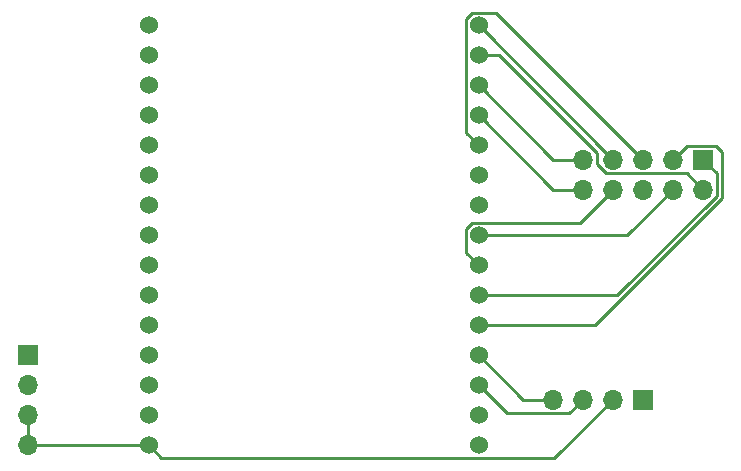
<source format=gbr>
%TF.GenerationSoftware,KiCad,Pcbnew,(5.1.9)-1*%
%TF.CreationDate,2021-04-04T23:23:37-07:00*%
%TF.ProjectId,esp8266_power,65737038-3236-4365-9f70-6f7765722e6b,rev?*%
%TF.SameCoordinates,Original*%
%TF.FileFunction,Copper,L1,Top*%
%TF.FilePolarity,Positive*%
%FSLAX46Y46*%
G04 Gerber Fmt 4.6, Leading zero omitted, Abs format (unit mm)*
G04 Created by KiCad (PCBNEW (5.1.9)-1) date 2021-04-04 23:23:37*
%MOMM*%
%LPD*%
G01*
G04 APERTURE LIST*
%TA.AperFunction,ComponentPad*%
%ADD10C,1.524000*%
%TD*%
%TA.AperFunction,ComponentPad*%
%ADD11R,1.700000X1.700000*%
%TD*%
%TA.AperFunction,ComponentPad*%
%ADD12O,1.700000X1.700000*%
%TD*%
%TA.AperFunction,Conductor*%
%ADD13C,0.250000*%
%TD*%
G04 APERTURE END LIST*
D10*
%TO.P,U1,1*%
%TO.N,N/C*%
X132155001Y-86435001D03*
%TO.P,U1,2*%
X132155001Y-88975001D03*
%TO.P,U1,3*%
X132155001Y-91515001D03*
%TO.P,U1,4*%
X132155001Y-94055001D03*
%TO.P,U1,5*%
X132155001Y-96595001D03*
%TO.P,U1,6*%
X132155001Y-99135001D03*
%TO.P,U1,7*%
X132155001Y-101675001D03*
%TO.P,U1,8*%
X132155001Y-104215001D03*
%TO.P,U1,9*%
X132155001Y-106755001D03*
%TO.P,U1,10*%
X132155001Y-109295001D03*
%TO.P,U1,11*%
X132155001Y-111835001D03*
%TO.P,U1,12*%
X132155001Y-114375001D03*
%TO.P,U1,13*%
X132155001Y-116915001D03*
%TO.P,U1,14*%
%TO.N,GND*%
X132155001Y-119455001D03*
%TO.P,U1,15*%
%TO.N,+5V*%
X132155001Y-121995001D03*
%TO.P,U1,16*%
%TO.N,N/C*%
X160095001Y-121995001D03*
%TO.P,U1,17*%
X160095001Y-119455001D03*
%TO.P,U1,18*%
%TO.N,/SDA*%
X160095001Y-116915001D03*
%TO.P,U1,19*%
%TO.N,/SCL*%
X160095001Y-114375001D03*
%TO.P,U1,20*%
%TO.N,/C*%
X160095001Y-111835001D03*
%TO.P,U1,21*%
%TO.N,/R1*%
X160095001Y-109295001D03*
%TO.P,U1,22*%
%TO.N,/D*%
X160095001Y-106755001D03*
%TO.P,U1,23*%
%TO.N,/CLK*%
X160095001Y-104215001D03*
%TO.P,U1,24*%
%TO.N,N/C*%
X160095001Y-101675001D03*
%TO.P,U1,25*%
X160095001Y-99135001D03*
%TO.P,U1,26*%
%TO.N,/OE*%
X160095001Y-96595001D03*
%TO.P,U1,27*%
%TO.N,/E*%
X160095001Y-94055001D03*
%TO.P,U1,28*%
%TO.N,/B*%
X160095001Y-91515001D03*
%TO.P,U1,29*%
%TO.N,/A*%
X160095001Y-88975001D03*
%TO.P,U1,30*%
%TO.N,/LAT*%
X160095001Y-86435001D03*
%TD*%
D11*
%TO.P,J1,1*%
%TO.N,GND*%
X121920000Y-114300000D03*
D12*
%TO.P,J1,2*%
X121920000Y-116840000D03*
%TO.P,J1,3*%
%TO.N,+5V*%
X121920000Y-119380000D03*
%TO.P,J1,4*%
X121920000Y-121920000D03*
%TD*%
%TO.P,J2,4*%
%TO.N,/SCL*%
X166370000Y-118110000D03*
%TO.P,J2,3*%
%TO.N,/SDA*%
X168910000Y-118110000D03*
%TO.P,J2,2*%
%TO.N,+5V*%
X171450000Y-118110000D03*
D11*
%TO.P,J2,1*%
%TO.N,GND*%
X173990000Y-118110000D03*
%TD*%
%TO.P,J3,1*%
%TO.N,/R1*%
X179070000Y-97790000D03*
D12*
%TO.P,J3,2*%
%TO.N,/A*%
X179070000Y-100330000D03*
%TO.P,J3,3*%
%TO.N,/C*%
X176530000Y-97790000D03*
%TO.P,J3,4*%
%TO.N,/CLK*%
X176530000Y-100330000D03*
%TO.P,J3,5*%
%TO.N,/OE*%
X173990000Y-97790000D03*
%TO.P,J3,6*%
%TO.N,GND*%
X173990000Y-100330000D03*
%TO.P,J3,7*%
%TO.N,/LAT*%
X171450000Y-97790000D03*
%TO.P,J3,8*%
%TO.N,/D*%
X171450000Y-100330000D03*
%TO.P,J3,9*%
%TO.N,/B*%
X168910000Y-97790000D03*
%TO.P,J3,10*%
%TO.N,/E*%
X168910000Y-100330000D03*
%TD*%
D13*
%TO.N,+5V*%
X132080000Y-121920000D02*
X132155001Y-121995001D01*
X121920000Y-121920000D02*
X132080000Y-121920000D01*
X121920000Y-121920000D02*
X121920000Y-119380000D01*
X166477998Y-123082002D02*
X171450000Y-118110000D01*
X133242002Y-123082002D02*
X166477998Y-123082002D01*
X132155001Y-121995001D02*
X133242002Y-123082002D01*
%TO.N,/SDA*%
X167734999Y-119285001D02*
X168910000Y-118110000D01*
X162465001Y-119285001D02*
X167734999Y-119285001D01*
X160095001Y-116915001D02*
X162465001Y-119285001D01*
%TO.N,/SCL*%
X163830000Y-118110000D02*
X160095001Y-114375001D01*
X166370000Y-118110000D02*
X163830000Y-118110000D01*
%TO.N,/R1*%
X171844001Y-109295001D02*
X160095001Y-109295001D01*
X180245001Y-100894001D02*
X171844001Y-109295001D01*
X180245001Y-98965001D02*
X180245001Y-100894001D01*
X179070000Y-97790000D02*
X180245001Y-98965001D01*
%TO.N,/A*%
X161834003Y-88975001D02*
X160095001Y-88975001D01*
X170085001Y-97225999D02*
X161834003Y-88975001D01*
X170085001Y-98164003D02*
X170085001Y-97225999D01*
X170885999Y-98965001D02*
X170085001Y-98164003D01*
X177705001Y-98965001D02*
X170885999Y-98965001D01*
X179070000Y-100330000D02*
X177705001Y-98965001D01*
%TO.N,/C*%
X169940411Y-111835001D02*
X160095001Y-111835001D01*
X180695010Y-101080402D02*
X169940411Y-111835001D01*
X180695010Y-97130008D02*
X180695010Y-101080402D01*
X180180001Y-96614999D02*
X180695010Y-97130008D01*
X177705001Y-96614999D02*
X180180001Y-96614999D01*
X176530000Y-97790000D02*
X177705001Y-96614999D01*
%TO.N,/CLK*%
X172644999Y-104215001D02*
X160095001Y-104215001D01*
X176530000Y-100330000D02*
X172644999Y-104215001D01*
%TO.N,/OE*%
X159008000Y-95508000D02*
X160095001Y-96595001D01*
X159008000Y-85913240D02*
X159008000Y-95508000D01*
X159573240Y-85348000D02*
X159008000Y-85913240D01*
X161548000Y-85348000D02*
X159573240Y-85348000D01*
X173990000Y-97790000D02*
X161548000Y-85348000D01*
%TO.N,/LAT*%
X171450000Y-97790000D02*
X160095001Y-86435001D01*
%TO.N,/D*%
X159008000Y-105668000D02*
X160095001Y-106755001D01*
X159008000Y-103693240D02*
X159008000Y-105668000D01*
X159573240Y-103128000D02*
X159008000Y-103693240D01*
X168652000Y-103128000D02*
X159573240Y-103128000D01*
X171450000Y-100330000D02*
X168652000Y-103128000D01*
%TO.N,/B*%
X166370000Y-97790000D02*
X160095001Y-91515001D01*
X168910000Y-97790000D02*
X166370000Y-97790000D01*
%TO.N,/E*%
X166370000Y-100330000D02*
X160095001Y-94055001D01*
X168910000Y-100330000D02*
X166370000Y-100330000D01*
%TD*%
M02*

</source>
